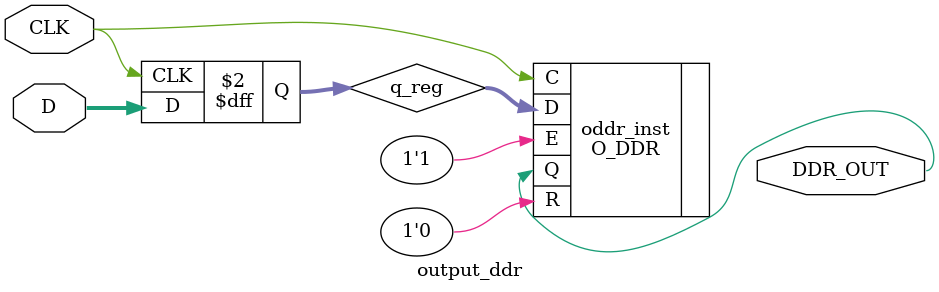
<source format=v>
`timescale 1ns/1ps

module output_ddr (
  input  [1:0] D,
  input CLK,
  output DDR_OUT
);

  reg [1:0] q_reg;
  
  always @(posedge CLK)
    q_reg <= D;

  O_DDR oddr_inst (
    .D(q_reg),         //  D is a 2-bit output
	.R(1'b0),
	.E(1'b1),
	.C(CLK),
	.Q(DDR_OUT));

endmodule
</source>
